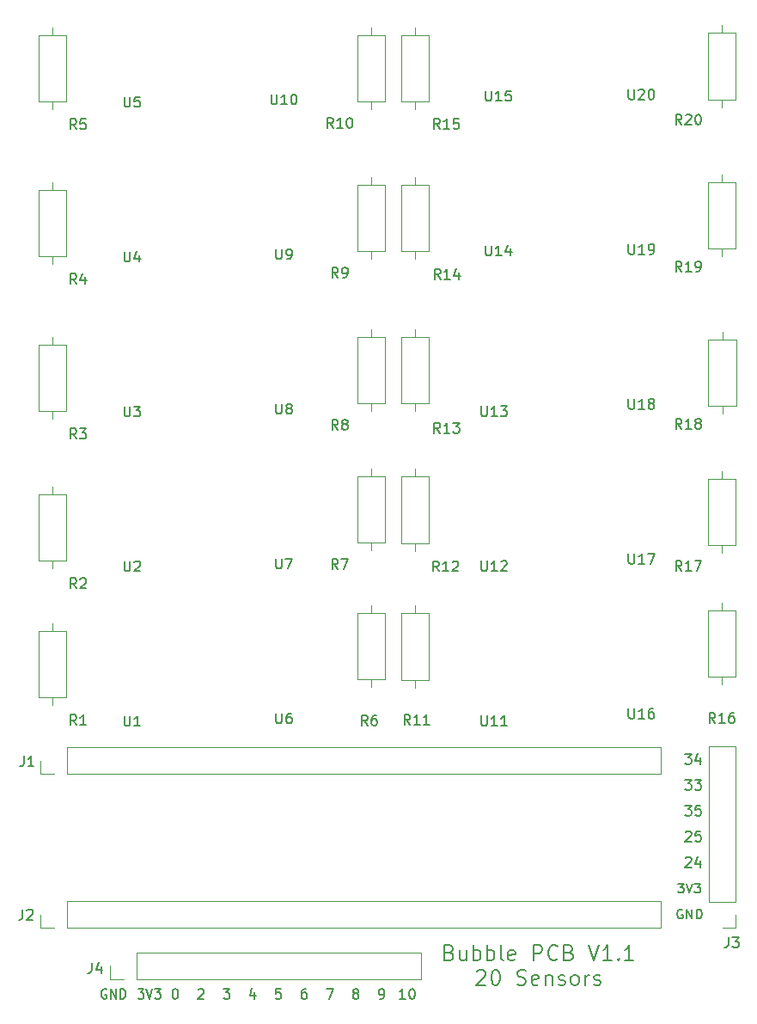
<source format=gto>
%TF.GenerationSoftware,KiCad,Pcbnew,(5.99.0-2415-gbbdd3fce7)*%
%TF.CreationDate,2020-09-24T22:56:08-07:00*%
%TF.ProjectId,BubblePCB_20,42756262-6c65-4504-9342-5f32302e6b69,rev?*%
%TF.SameCoordinates,Original*%
%TF.FileFunction,Legend,Top*%
%TF.FilePolarity,Positive*%
%FSLAX46Y46*%
G04 Gerber Fmt 4.6, Leading zero omitted, Abs format (unit mm)*
G04 Created by KiCad (PCBNEW (5.99.0-2415-gbbdd3fce7)) date 2020-09-24 22:56:08*
%MOMM*%
%LPD*%
G01*
G04 APERTURE LIST*
%ADD10C,0.150000*%
%ADD11C,0.200000*%
%ADD12C,0.120000*%
G04 APERTURE END LIST*
D10*
X40716285Y-151646000D02*
X40630571Y-151598380D01*
X40502000Y-151598380D01*
X40373428Y-151646000D01*
X40287714Y-151741238D01*
X40244857Y-151836476D01*
X40202000Y-152026952D01*
X40202000Y-152169809D01*
X40244857Y-152360285D01*
X40287714Y-152455523D01*
X40373428Y-152550761D01*
X40502000Y-152598380D01*
X40587714Y-152598380D01*
X40716285Y-152550761D01*
X40759142Y-152503142D01*
X40759142Y-152169809D01*
X40587714Y-152169809D01*
X41144857Y-152598380D02*
X41144857Y-151598380D01*
X41659142Y-152598380D01*
X41659142Y-151598380D01*
X42087714Y-152598380D02*
X42087714Y-151598380D01*
X42302000Y-151598380D01*
X42430571Y-151646000D01*
X42516285Y-151741238D01*
X42559142Y-151836476D01*
X42602000Y-152026952D01*
X42602000Y-152169809D01*
X42559142Y-152360285D01*
X42516285Y-152455523D01*
X42430571Y-152550761D01*
X42302000Y-152598380D01*
X42087714Y-152598380D01*
X70167523Y-152598380D02*
X69596095Y-152598380D01*
X69881809Y-152598380D02*
X69881809Y-151598380D01*
X69786571Y-151741238D01*
X69691333Y-151836476D01*
X69596095Y-151884095D01*
X70786571Y-151598380D02*
X70881809Y-151598380D01*
X70977047Y-151646000D01*
X71024666Y-151693619D01*
X71072285Y-151788857D01*
X71119904Y-151979333D01*
X71119904Y-152217428D01*
X71072285Y-152407904D01*
X71024666Y-152503142D01*
X70977047Y-152550761D01*
X70881809Y-152598380D01*
X70786571Y-152598380D01*
X70691333Y-152550761D01*
X70643714Y-152503142D01*
X70596095Y-152407904D01*
X70548476Y-152217428D01*
X70548476Y-151979333D01*
X70596095Y-151788857D01*
X70643714Y-151693619D01*
X70691333Y-151646000D01*
X70786571Y-151598380D01*
X67627523Y-152598380D02*
X67818000Y-152598380D01*
X67913238Y-152550761D01*
X67960857Y-152503142D01*
X68056095Y-152360285D01*
X68103714Y-152169809D01*
X68103714Y-151788857D01*
X68056095Y-151693619D01*
X68008476Y-151646000D01*
X67913238Y-151598380D01*
X67722761Y-151598380D01*
X67627523Y-151646000D01*
X67579904Y-151693619D01*
X67532285Y-151788857D01*
X67532285Y-152026952D01*
X67579904Y-152122190D01*
X67627523Y-152169809D01*
X67722761Y-152217428D01*
X67913238Y-152217428D01*
X68008476Y-152169809D01*
X68056095Y-152122190D01*
X68103714Y-152026952D01*
X65182761Y-152026952D02*
X65087523Y-151979333D01*
X65039904Y-151931714D01*
X64992285Y-151836476D01*
X64992285Y-151788857D01*
X65039904Y-151693619D01*
X65087523Y-151646000D01*
X65182761Y-151598380D01*
X65373238Y-151598380D01*
X65468476Y-151646000D01*
X65516095Y-151693619D01*
X65563714Y-151788857D01*
X65563714Y-151836476D01*
X65516095Y-151931714D01*
X65468476Y-151979333D01*
X65373238Y-152026952D01*
X65182761Y-152026952D01*
X65087523Y-152074571D01*
X65039904Y-152122190D01*
X64992285Y-152217428D01*
X64992285Y-152407904D01*
X65039904Y-152503142D01*
X65087523Y-152550761D01*
X65182761Y-152598380D01*
X65373238Y-152598380D01*
X65468476Y-152550761D01*
X65516095Y-152503142D01*
X65563714Y-152407904D01*
X65563714Y-152217428D01*
X65516095Y-152122190D01*
X65468476Y-152074571D01*
X65373238Y-152026952D01*
X62404666Y-151598380D02*
X63071333Y-151598380D01*
X62642761Y-152598380D01*
X60388476Y-151598380D02*
X60198000Y-151598380D01*
X60102761Y-151646000D01*
X60055142Y-151693619D01*
X59959904Y-151836476D01*
X59912285Y-152026952D01*
X59912285Y-152407904D01*
X59959904Y-152503142D01*
X60007523Y-152550761D01*
X60102761Y-152598380D01*
X60293238Y-152598380D01*
X60388476Y-152550761D01*
X60436095Y-152503142D01*
X60483714Y-152407904D01*
X60483714Y-152169809D01*
X60436095Y-152074571D01*
X60388476Y-152026952D01*
X60293238Y-151979333D01*
X60102761Y-151979333D01*
X60007523Y-152026952D01*
X59959904Y-152074571D01*
X59912285Y-152169809D01*
X57896095Y-151598380D02*
X57419904Y-151598380D01*
X57372285Y-152074571D01*
X57419904Y-152026952D01*
X57515142Y-151979333D01*
X57753238Y-151979333D01*
X57848476Y-152026952D01*
X57896095Y-152074571D01*
X57943714Y-152169809D01*
X57943714Y-152407904D01*
X57896095Y-152503142D01*
X57848476Y-152550761D01*
X57753238Y-152598380D01*
X57515142Y-152598380D01*
X57419904Y-152550761D01*
X57372285Y-152503142D01*
X55308476Y-151931714D02*
X55308476Y-152598380D01*
X55070380Y-151550761D02*
X54832285Y-152265047D01*
X55451333Y-152265047D01*
X52244666Y-151598380D02*
X52863714Y-151598380D01*
X52530380Y-151979333D01*
X52673238Y-151979333D01*
X52768476Y-152026952D01*
X52816095Y-152074571D01*
X52863714Y-152169809D01*
X52863714Y-152407904D01*
X52816095Y-152503142D01*
X52768476Y-152550761D01*
X52673238Y-152598380D01*
X52387523Y-152598380D01*
X52292285Y-152550761D01*
X52244666Y-152503142D01*
X49752285Y-151693619D02*
X49799904Y-151646000D01*
X49895142Y-151598380D01*
X50133238Y-151598380D01*
X50228476Y-151646000D01*
X50276095Y-151693619D01*
X50323714Y-151788857D01*
X50323714Y-151884095D01*
X50276095Y-152026952D01*
X49704666Y-152598380D01*
X50323714Y-152598380D01*
X47450380Y-151598380D02*
X47545619Y-151598380D01*
X47640857Y-151646000D01*
X47688476Y-151693619D01*
X47736095Y-151788857D01*
X47783714Y-151979333D01*
X47783714Y-152217428D01*
X47736095Y-152407904D01*
X47688476Y-152503142D01*
X47640857Y-152550761D01*
X47545619Y-152598380D01*
X47450380Y-152598380D01*
X47355142Y-152550761D01*
X47307523Y-152503142D01*
X47259904Y-152407904D01*
X47212285Y-152217428D01*
X47212285Y-151979333D01*
X47259904Y-151788857D01*
X47307523Y-151693619D01*
X47355142Y-151646000D01*
X47450380Y-151598380D01*
X43843714Y-151598380D02*
X44400857Y-151598380D01*
X44100857Y-151979333D01*
X44229428Y-151979333D01*
X44315142Y-152026952D01*
X44358000Y-152074571D01*
X44400857Y-152169809D01*
X44400857Y-152407904D01*
X44358000Y-152503142D01*
X44315142Y-152550761D01*
X44229428Y-152598380D01*
X43972285Y-152598380D01*
X43886571Y-152550761D01*
X43843714Y-152503142D01*
X44658000Y-151598380D02*
X44958000Y-152598380D01*
X45258000Y-151598380D01*
X45472285Y-151598380D02*
X46029428Y-151598380D01*
X45729428Y-151979333D01*
X45858000Y-151979333D01*
X45943714Y-152026952D01*
X45986571Y-152074571D01*
X46029428Y-152169809D01*
X46029428Y-152407904D01*
X45986571Y-152503142D01*
X45943714Y-152550761D01*
X45858000Y-152598380D01*
X45600857Y-152598380D01*
X45515142Y-152550761D01*
X45472285Y-152503142D01*
D11*
X74526285Y-148037357D02*
X74740571Y-148108785D01*
X74812000Y-148180214D01*
X74883428Y-148323071D01*
X74883428Y-148537357D01*
X74812000Y-148680214D01*
X74740571Y-148751642D01*
X74597714Y-148823071D01*
X74026285Y-148823071D01*
X74026285Y-147323071D01*
X74526285Y-147323071D01*
X74669142Y-147394500D01*
X74740571Y-147465928D01*
X74812000Y-147608785D01*
X74812000Y-147751642D01*
X74740571Y-147894500D01*
X74669142Y-147965928D01*
X74526285Y-148037357D01*
X74026285Y-148037357D01*
X76169142Y-147823071D02*
X76169142Y-148823071D01*
X75526285Y-147823071D02*
X75526285Y-148608785D01*
X75597714Y-148751642D01*
X75740571Y-148823071D01*
X75954857Y-148823071D01*
X76097714Y-148751642D01*
X76169142Y-148680214D01*
X76883428Y-148823071D02*
X76883428Y-147323071D01*
X76883428Y-147894500D02*
X77026285Y-147823071D01*
X77312000Y-147823071D01*
X77454857Y-147894500D01*
X77526285Y-147965928D01*
X77597714Y-148108785D01*
X77597714Y-148537357D01*
X77526285Y-148680214D01*
X77454857Y-148751642D01*
X77312000Y-148823071D01*
X77026285Y-148823071D01*
X76883428Y-148751642D01*
X78240571Y-148823071D02*
X78240571Y-147323071D01*
X78240571Y-147894500D02*
X78383428Y-147823071D01*
X78669142Y-147823071D01*
X78812000Y-147894500D01*
X78883428Y-147965928D01*
X78954857Y-148108785D01*
X78954857Y-148537357D01*
X78883428Y-148680214D01*
X78812000Y-148751642D01*
X78669142Y-148823071D01*
X78383428Y-148823071D01*
X78240571Y-148751642D01*
X79812000Y-148823071D02*
X79669142Y-148751642D01*
X79597714Y-148608785D01*
X79597714Y-147323071D01*
X80954857Y-148751642D02*
X80812000Y-148823071D01*
X80526285Y-148823071D01*
X80383428Y-148751642D01*
X80312000Y-148608785D01*
X80312000Y-148037357D01*
X80383428Y-147894500D01*
X80526285Y-147823071D01*
X80812000Y-147823071D01*
X80954857Y-147894500D01*
X81026285Y-148037357D01*
X81026285Y-148180214D01*
X80312000Y-148323071D01*
X82812000Y-148823071D02*
X82812000Y-147323071D01*
X83383428Y-147323071D01*
X83526285Y-147394500D01*
X83597714Y-147465928D01*
X83669142Y-147608785D01*
X83669142Y-147823071D01*
X83597714Y-147965928D01*
X83526285Y-148037357D01*
X83383428Y-148108785D01*
X82812000Y-148108785D01*
X85169142Y-148680214D02*
X85097714Y-148751642D01*
X84883428Y-148823071D01*
X84740571Y-148823071D01*
X84526285Y-148751642D01*
X84383428Y-148608785D01*
X84312000Y-148465928D01*
X84240571Y-148180214D01*
X84240571Y-147965928D01*
X84312000Y-147680214D01*
X84383428Y-147537357D01*
X84526285Y-147394500D01*
X84740571Y-147323071D01*
X84883428Y-147323071D01*
X85097714Y-147394500D01*
X85169142Y-147465928D01*
X86312000Y-148037357D02*
X86526285Y-148108785D01*
X86597714Y-148180214D01*
X86669142Y-148323071D01*
X86669142Y-148537357D01*
X86597714Y-148680214D01*
X86526285Y-148751642D01*
X86383428Y-148823071D01*
X85812000Y-148823071D01*
X85812000Y-147323071D01*
X86312000Y-147323071D01*
X86454857Y-147394500D01*
X86526285Y-147465928D01*
X86597714Y-147608785D01*
X86597714Y-147751642D01*
X86526285Y-147894500D01*
X86454857Y-147965928D01*
X86312000Y-148037357D01*
X85812000Y-148037357D01*
X88240571Y-147323071D02*
X88740571Y-148823071D01*
X89240571Y-147323071D01*
X90526285Y-148823071D02*
X89669142Y-148823071D01*
X90097714Y-148823071D02*
X90097714Y-147323071D01*
X89954857Y-147537357D01*
X89812000Y-147680214D01*
X89669142Y-147751642D01*
X91169142Y-148680214D02*
X91240571Y-148751642D01*
X91169142Y-148823071D01*
X91097714Y-148751642D01*
X91169142Y-148680214D01*
X91169142Y-148823071D01*
X92669142Y-148823071D02*
X91812000Y-148823071D01*
X92240571Y-148823071D02*
X92240571Y-147323071D01*
X92097714Y-147537357D01*
X91954857Y-147680214D01*
X91812000Y-147751642D01*
X77204857Y-149880928D02*
X77276285Y-149809500D01*
X77419142Y-149738071D01*
X77776285Y-149738071D01*
X77919142Y-149809500D01*
X77990571Y-149880928D01*
X78062000Y-150023785D01*
X78062000Y-150166642D01*
X77990571Y-150380928D01*
X77133428Y-151238071D01*
X78062000Y-151238071D01*
X78990571Y-149738071D02*
X79133428Y-149738071D01*
X79276285Y-149809500D01*
X79347714Y-149880928D01*
X79419142Y-150023785D01*
X79490571Y-150309500D01*
X79490571Y-150666642D01*
X79419142Y-150952357D01*
X79347714Y-151095214D01*
X79276285Y-151166642D01*
X79133428Y-151238071D01*
X78990571Y-151238071D01*
X78847714Y-151166642D01*
X78776285Y-151095214D01*
X78704857Y-150952357D01*
X78633428Y-150666642D01*
X78633428Y-150309500D01*
X78704857Y-150023785D01*
X78776285Y-149880928D01*
X78847714Y-149809500D01*
X78990571Y-149738071D01*
X81204857Y-151166642D02*
X81419142Y-151238071D01*
X81776285Y-151238071D01*
X81919142Y-151166642D01*
X81990571Y-151095214D01*
X82062000Y-150952357D01*
X82062000Y-150809500D01*
X81990571Y-150666642D01*
X81919142Y-150595214D01*
X81776285Y-150523785D01*
X81490571Y-150452357D01*
X81347714Y-150380928D01*
X81276285Y-150309500D01*
X81204857Y-150166642D01*
X81204857Y-150023785D01*
X81276285Y-149880928D01*
X81347714Y-149809500D01*
X81490571Y-149738071D01*
X81847714Y-149738071D01*
X82062000Y-149809500D01*
X83276285Y-151166642D02*
X83133428Y-151238071D01*
X82847714Y-151238071D01*
X82704857Y-151166642D01*
X82633428Y-151023785D01*
X82633428Y-150452357D01*
X82704857Y-150309500D01*
X82847714Y-150238071D01*
X83133428Y-150238071D01*
X83276285Y-150309500D01*
X83347714Y-150452357D01*
X83347714Y-150595214D01*
X82633428Y-150738071D01*
X83990571Y-150238071D02*
X83990571Y-151238071D01*
X83990571Y-150380928D02*
X84062000Y-150309500D01*
X84204857Y-150238071D01*
X84419142Y-150238071D01*
X84562000Y-150309500D01*
X84633428Y-150452357D01*
X84633428Y-151238071D01*
X85276285Y-151166642D02*
X85419142Y-151238071D01*
X85704857Y-151238071D01*
X85847714Y-151166642D01*
X85919142Y-151023785D01*
X85919142Y-150952357D01*
X85847714Y-150809500D01*
X85704857Y-150738071D01*
X85490571Y-150738071D01*
X85347714Y-150666642D01*
X85276285Y-150523785D01*
X85276285Y-150452357D01*
X85347714Y-150309500D01*
X85490571Y-150238071D01*
X85704857Y-150238071D01*
X85847714Y-150309500D01*
X86776285Y-151238071D02*
X86633428Y-151166642D01*
X86562000Y-151095214D01*
X86490571Y-150952357D01*
X86490571Y-150523785D01*
X86562000Y-150380928D01*
X86633428Y-150309500D01*
X86776285Y-150238071D01*
X86990571Y-150238071D01*
X87133428Y-150309500D01*
X87204857Y-150380928D01*
X87276285Y-150523785D01*
X87276285Y-150952357D01*
X87204857Y-151095214D01*
X87133428Y-151166642D01*
X86990571Y-151238071D01*
X86776285Y-151238071D01*
X87919142Y-151238071D02*
X87919142Y-150238071D01*
X87919142Y-150523785D02*
X87990571Y-150380928D01*
X88062000Y-150309500D01*
X88204857Y-150238071D01*
X88347714Y-150238071D01*
X88776285Y-151166642D02*
X88919142Y-151238071D01*
X89204857Y-151238071D01*
X89347714Y-151166642D01*
X89419142Y-151023785D01*
X89419142Y-150952357D01*
X89347714Y-150809500D01*
X89204857Y-150738071D01*
X88990571Y-150738071D01*
X88847714Y-150666642D01*
X88776285Y-150523785D01*
X88776285Y-150452357D01*
X88847714Y-150309500D01*
X88990571Y-150238071D01*
X89204857Y-150238071D01*
X89347714Y-150309500D01*
D10*
X97485285Y-143822000D02*
X97399571Y-143779142D01*
X97271000Y-143779142D01*
X97142428Y-143822000D01*
X97056714Y-143907714D01*
X97013857Y-143993428D01*
X96971000Y-144164857D01*
X96971000Y-144293428D01*
X97013857Y-144464857D01*
X97056714Y-144550571D01*
X97142428Y-144636285D01*
X97271000Y-144679142D01*
X97356714Y-144679142D01*
X97485285Y-144636285D01*
X97528142Y-144593428D01*
X97528142Y-144293428D01*
X97356714Y-144293428D01*
X97913857Y-144679142D02*
X97913857Y-143779142D01*
X98428142Y-144679142D01*
X98428142Y-143779142D01*
X98856714Y-144679142D02*
X98856714Y-143779142D01*
X99071000Y-143779142D01*
X99199571Y-143822000D01*
X99285285Y-143907714D01*
X99328142Y-143993428D01*
X99371000Y-144164857D01*
X99371000Y-144293428D01*
X99328142Y-144464857D01*
X99285285Y-144550571D01*
X99199571Y-144636285D01*
X99071000Y-144679142D01*
X98856714Y-144679142D01*
X97056714Y-141239142D02*
X97613857Y-141239142D01*
X97313857Y-141582000D01*
X97442428Y-141582000D01*
X97528142Y-141624857D01*
X97571000Y-141667714D01*
X97613857Y-141753428D01*
X97613857Y-141967714D01*
X97571000Y-142053428D01*
X97528142Y-142096285D01*
X97442428Y-142139142D01*
X97185285Y-142139142D01*
X97099571Y-142096285D01*
X97056714Y-142053428D01*
X97871000Y-141239142D02*
X98171000Y-142139142D01*
X98471000Y-141239142D01*
X98685285Y-141239142D02*
X99242428Y-141239142D01*
X98942428Y-141582000D01*
X99071000Y-141582000D01*
X99156714Y-141624857D01*
X99199571Y-141667714D01*
X99242428Y-141753428D01*
X99242428Y-141967714D01*
X99199571Y-142053428D01*
X99156714Y-142096285D01*
X99071000Y-142139142D01*
X98813857Y-142139142D01*
X98728142Y-142096285D01*
X98685285Y-142053428D01*
X97790095Y-138731619D02*
X97837714Y-138684000D01*
X97932952Y-138636380D01*
X98171047Y-138636380D01*
X98266285Y-138684000D01*
X98313904Y-138731619D01*
X98361523Y-138826857D01*
X98361523Y-138922095D01*
X98313904Y-139064952D01*
X97742476Y-139636380D01*
X98361523Y-139636380D01*
X99218666Y-138969714D02*
X99218666Y-139636380D01*
X98980571Y-138588761D02*
X98742476Y-139303047D01*
X99361523Y-139303047D01*
X97790095Y-136191619D02*
X97837714Y-136144000D01*
X97932952Y-136096380D01*
X98171047Y-136096380D01*
X98266285Y-136144000D01*
X98313904Y-136191619D01*
X98361523Y-136286857D01*
X98361523Y-136382095D01*
X98313904Y-136524952D01*
X97742476Y-137096380D01*
X98361523Y-137096380D01*
X99266285Y-136096380D02*
X98790095Y-136096380D01*
X98742476Y-136572571D01*
X98790095Y-136524952D01*
X98885333Y-136477333D01*
X99123428Y-136477333D01*
X99218666Y-136524952D01*
X99266285Y-136572571D01*
X99313904Y-136667809D01*
X99313904Y-136905904D01*
X99266285Y-137001142D01*
X99218666Y-137048761D01*
X99123428Y-137096380D01*
X98885333Y-137096380D01*
X98790095Y-137048761D01*
X98742476Y-137001142D01*
X97742476Y-133556380D02*
X98361523Y-133556380D01*
X98028190Y-133937333D01*
X98171047Y-133937333D01*
X98266285Y-133984952D01*
X98313904Y-134032571D01*
X98361523Y-134127809D01*
X98361523Y-134365904D01*
X98313904Y-134461142D01*
X98266285Y-134508761D01*
X98171047Y-134556380D01*
X97885333Y-134556380D01*
X97790095Y-134508761D01*
X97742476Y-134461142D01*
X99266285Y-133556380D02*
X98790095Y-133556380D01*
X98742476Y-134032571D01*
X98790095Y-133984952D01*
X98885333Y-133937333D01*
X99123428Y-133937333D01*
X99218666Y-133984952D01*
X99266285Y-134032571D01*
X99313904Y-134127809D01*
X99313904Y-134365904D01*
X99266285Y-134461142D01*
X99218666Y-134508761D01*
X99123428Y-134556380D01*
X98885333Y-134556380D01*
X98790095Y-134508761D01*
X98742476Y-134461142D01*
X97742476Y-131016380D02*
X98361523Y-131016380D01*
X98028190Y-131397333D01*
X98171047Y-131397333D01*
X98266285Y-131444952D01*
X98313904Y-131492571D01*
X98361523Y-131587809D01*
X98361523Y-131825904D01*
X98313904Y-131921142D01*
X98266285Y-131968761D01*
X98171047Y-132016380D01*
X97885333Y-132016380D01*
X97790095Y-131968761D01*
X97742476Y-131921142D01*
X98694857Y-131016380D02*
X99313904Y-131016380D01*
X98980571Y-131397333D01*
X99123428Y-131397333D01*
X99218666Y-131444952D01*
X99266285Y-131492571D01*
X99313904Y-131587809D01*
X99313904Y-131825904D01*
X99266285Y-131921142D01*
X99218666Y-131968761D01*
X99123428Y-132016380D01*
X98837714Y-132016380D01*
X98742476Y-131968761D01*
X98694857Y-131921142D01*
X97742476Y-128476380D02*
X98361523Y-128476380D01*
X98028190Y-128857333D01*
X98171047Y-128857333D01*
X98266285Y-128904952D01*
X98313904Y-128952571D01*
X98361523Y-129047809D01*
X98361523Y-129285904D01*
X98313904Y-129381142D01*
X98266285Y-129428761D01*
X98171047Y-129476380D01*
X97885333Y-129476380D01*
X97790095Y-129428761D01*
X97742476Y-129381142D01*
X99218666Y-128809714D02*
X99218666Y-129476380D01*
X98980571Y-128428761D02*
X98742476Y-129143047D01*
X99361523Y-129143047D01*
%TO.C,J4*%
X39290666Y-149058380D02*
X39290666Y-149772666D01*
X39243047Y-149915523D01*
X39147809Y-150010761D01*
X39004952Y-150058380D01*
X38909714Y-150058380D01*
X40195428Y-149391714D02*
X40195428Y-150058380D01*
X39957333Y-149010761D02*
X39719238Y-149725047D01*
X40338285Y-149725047D01*
%TO.C,J3*%
X102028666Y-146532380D02*
X102028666Y-147246666D01*
X101981047Y-147389523D01*
X101885809Y-147484761D01*
X101742952Y-147532380D01*
X101647714Y-147532380D01*
X102409619Y-146532380D02*
X103028666Y-146532380D01*
X102695333Y-146913333D01*
X102838190Y-146913333D01*
X102933428Y-146960952D01*
X102981047Y-147008571D01*
X103028666Y-147103809D01*
X103028666Y-147341904D01*
X102981047Y-147437142D01*
X102933428Y-147484761D01*
X102838190Y-147532380D01*
X102552476Y-147532380D01*
X102457238Y-147484761D01*
X102409619Y-147437142D01*
%TO.C,R6*%
X66453333Y-125672380D02*
X66120000Y-125196190D01*
X65881904Y-125672380D02*
X65881904Y-124672380D01*
X66262857Y-124672380D01*
X66358095Y-124720000D01*
X66405714Y-124767619D01*
X66453333Y-124862857D01*
X66453333Y-125005714D01*
X66405714Y-125100952D01*
X66358095Y-125148571D01*
X66262857Y-125196190D01*
X65881904Y-125196190D01*
X67310476Y-124672380D02*
X67120000Y-124672380D01*
X67024761Y-124720000D01*
X66977142Y-124767619D01*
X66881904Y-124910476D01*
X66834285Y-125100952D01*
X66834285Y-125481904D01*
X66881904Y-125577142D01*
X66929523Y-125624761D01*
X67024761Y-125672380D01*
X67215238Y-125672380D01*
X67310476Y-125624761D01*
X67358095Y-125577142D01*
X67405714Y-125481904D01*
X67405714Y-125243809D01*
X67358095Y-125148571D01*
X67310476Y-125100952D01*
X67215238Y-125053333D01*
X67024761Y-125053333D01*
X66929523Y-125100952D01*
X66881904Y-125148571D01*
X66834285Y-125243809D01*
%TO.C,U15*%
X78094904Y-63173380D02*
X78094904Y-63982904D01*
X78142523Y-64078142D01*
X78190142Y-64125761D01*
X78285380Y-64173380D01*
X78475857Y-64173380D01*
X78571095Y-64125761D01*
X78618714Y-64078142D01*
X78666333Y-63982904D01*
X78666333Y-63173380D01*
X79666333Y-64173380D02*
X79094904Y-64173380D01*
X79380619Y-64173380D02*
X79380619Y-63173380D01*
X79285380Y-63316238D01*
X79190142Y-63411476D01*
X79094904Y-63459095D01*
X80571095Y-63173380D02*
X80094904Y-63173380D01*
X80047285Y-63649571D01*
X80094904Y-63601952D01*
X80190142Y-63554333D01*
X80428238Y-63554333D01*
X80523476Y-63601952D01*
X80571095Y-63649571D01*
X80618714Y-63744809D01*
X80618714Y-63982904D01*
X80571095Y-64078142D01*
X80523476Y-64125761D01*
X80428238Y-64173380D01*
X80190142Y-64173380D01*
X80094904Y-64125761D01*
X80047285Y-64078142D01*
%TO.C,U13*%
X77654904Y-94223380D02*
X77654904Y-95032904D01*
X77702523Y-95128142D01*
X77750142Y-95175761D01*
X77845380Y-95223380D01*
X78035857Y-95223380D01*
X78131095Y-95175761D01*
X78178714Y-95128142D01*
X78226333Y-95032904D01*
X78226333Y-94223380D01*
X79226333Y-95223380D02*
X78654904Y-95223380D01*
X78940619Y-95223380D02*
X78940619Y-94223380D01*
X78845380Y-94366238D01*
X78750142Y-94461476D01*
X78654904Y-94509095D01*
X79559666Y-94223380D02*
X80178714Y-94223380D01*
X79845380Y-94604333D01*
X79988238Y-94604333D01*
X80083476Y-94651952D01*
X80131095Y-94699571D01*
X80178714Y-94794809D01*
X80178714Y-95032904D01*
X80131095Y-95128142D01*
X80083476Y-95175761D01*
X79988238Y-95223380D01*
X79702523Y-95223380D01*
X79607285Y-95175761D01*
X79559666Y-95128142D01*
%TO.C,U8*%
X57428095Y-94002380D02*
X57428095Y-94811904D01*
X57475714Y-94907142D01*
X57523333Y-94954761D01*
X57618571Y-95002380D01*
X57809047Y-95002380D01*
X57904285Y-94954761D01*
X57951904Y-94907142D01*
X57999523Y-94811904D01*
X57999523Y-94002380D01*
X58618571Y-94430952D02*
X58523333Y-94383333D01*
X58475714Y-94335714D01*
X58428095Y-94240476D01*
X58428095Y-94192857D01*
X58475714Y-94097619D01*
X58523333Y-94050000D01*
X58618571Y-94002380D01*
X58809047Y-94002380D01*
X58904285Y-94050000D01*
X58951904Y-94097619D01*
X58999523Y-94192857D01*
X58999523Y-94240476D01*
X58951904Y-94335714D01*
X58904285Y-94383333D01*
X58809047Y-94430952D01*
X58618571Y-94430952D01*
X58523333Y-94478571D01*
X58475714Y-94526190D01*
X58428095Y-94621428D01*
X58428095Y-94811904D01*
X58475714Y-94907142D01*
X58523333Y-94954761D01*
X58618571Y-95002380D01*
X58809047Y-95002380D01*
X58904285Y-94954761D01*
X58951904Y-94907142D01*
X58999523Y-94811904D01*
X58999523Y-94621428D01*
X58951904Y-94526190D01*
X58904285Y-94478571D01*
X58809047Y-94430952D01*
%TO.C,R10*%
X63057142Y-66832380D02*
X62723809Y-66356190D01*
X62485714Y-66832380D02*
X62485714Y-65832380D01*
X62866666Y-65832380D01*
X62961904Y-65880000D01*
X63009523Y-65927619D01*
X63057142Y-66022857D01*
X63057142Y-66165714D01*
X63009523Y-66260952D01*
X62961904Y-66308571D01*
X62866666Y-66356190D01*
X62485714Y-66356190D01*
X64009523Y-66832380D02*
X63438095Y-66832380D01*
X63723809Y-66832380D02*
X63723809Y-65832380D01*
X63628571Y-65975238D01*
X63533333Y-66070476D01*
X63438095Y-66118095D01*
X64628571Y-65832380D02*
X64723809Y-65832380D01*
X64819047Y-65880000D01*
X64866666Y-65927619D01*
X64914285Y-66022857D01*
X64961904Y-66213333D01*
X64961904Y-66451428D01*
X64914285Y-66641904D01*
X64866666Y-66737142D01*
X64819047Y-66784761D01*
X64723809Y-66832380D01*
X64628571Y-66832380D01*
X64533333Y-66784761D01*
X64485714Y-66737142D01*
X64438095Y-66641904D01*
X64390476Y-66451428D01*
X64390476Y-66213333D01*
X64438095Y-66022857D01*
X64485714Y-65927619D01*
X64533333Y-65880000D01*
X64628571Y-65832380D01*
%TO.C,U14*%
X78094904Y-78413380D02*
X78094904Y-79222904D01*
X78142523Y-79318142D01*
X78190142Y-79365761D01*
X78285380Y-79413380D01*
X78475857Y-79413380D01*
X78571095Y-79365761D01*
X78618714Y-79318142D01*
X78666333Y-79222904D01*
X78666333Y-78413380D01*
X79666333Y-79413380D02*
X79094904Y-79413380D01*
X79380619Y-79413380D02*
X79380619Y-78413380D01*
X79285380Y-78556238D01*
X79190142Y-78651476D01*
X79094904Y-78699095D01*
X80523476Y-78746714D02*
X80523476Y-79413380D01*
X80285380Y-78365761D02*
X80047285Y-79080047D01*
X80666333Y-79080047D01*
%TO.C,R1*%
X37753333Y-125632380D02*
X37420000Y-125156190D01*
X37181904Y-125632380D02*
X37181904Y-124632380D01*
X37562857Y-124632380D01*
X37658095Y-124680000D01*
X37705714Y-124727619D01*
X37753333Y-124822857D01*
X37753333Y-124965714D01*
X37705714Y-125060952D01*
X37658095Y-125108571D01*
X37562857Y-125156190D01*
X37181904Y-125156190D01*
X38705714Y-125632380D02*
X38134285Y-125632380D01*
X38420000Y-125632380D02*
X38420000Y-124632380D01*
X38324761Y-124775238D01*
X38229523Y-124870476D01*
X38134285Y-124918095D01*
%TO.C,R8*%
X63533333Y-96550380D02*
X63200000Y-96074190D01*
X62961904Y-96550380D02*
X62961904Y-95550380D01*
X63342857Y-95550380D01*
X63438095Y-95598000D01*
X63485714Y-95645619D01*
X63533333Y-95740857D01*
X63533333Y-95883714D01*
X63485714Y-95978952D01*
X63438095Y-96026571D01*
X63342857Y-96074190D01*
X62961904Y-96074190D01*
X64104761Y-95978952D02*
X64009523Y-95931333D01*
X63961904Y-95883714D01*
X63914285Y-95788476D01*
X63914285Y-95740857D01*
X63961904Y-95645619D01*
X64009523Y-95598000D01*
X64104761Y-95550380D01*
X64295238Y-95550380D01*
X64390476Y-95598000D01*
X64438095Y-95645619D01*
X64485714Y-95740857D01*
X64485714Y-95788476D01*
X64438095Y-95883714D01*
X64390476Y-95931333D01*
X64295238Y-95978952D01*
X64104761Y-95978952D01*
X64009523Y-96026571D01*
X63961904Y-96074190D01*
X63914285Y-96169428D01*
X63914285Y-96359904D01*
X63961904Y-96455142D01*
X64009523Y-96502761D01*
X64104761Y-96550380D01*
X64295238Y-96550380D01*
X64390476Y-96502761D01*
X64438095Y-96455142D01*
X64485714Y-96359904D01*
X64485714Y-96169428D01*
X64438095Y-96074190D01*
X64390476Y-96026571D01*
X64295238Y-95978952D01*
%TO.C,J1*%
X32566666Y-128692380D02*
X32566666Y-129406666D01*
X32519047Y-129549523D01*
X32423809Y-129644761D01*
X32280952Y-129692380D01*
X32185714Y-129692380D01*
X33566666Y-129692380D02*
X32995238Y-129692380D01*
X33280952Y-129692380D02*
X33280952Y-128692380D01*
X33185714Y-128835238D01*
X33090476Y-128930476D01*
X32995238Y-128978095D01*
%TO.C,J2*%
X32466666Y-143792380D02*
X32466666Y-144506666D01*
X32419047Y-144649523D01*
X32323809Y-144744761D01*
X32180952Y-144792380D01*
X32085714Y-144792380D01*
X32895238Y-143887619D02*
X32942857Y-143840000D01*
X33038095Y-143792380D01*
X33276190Y-143792380D01*
X33371428Y-143840000D01*
X33419047Y-143887619D01*
X33466666Y-143982857D01*
X33466666Y-144078095D01*
X33419047Y-144220952D01*
X32847619Y-144792380D01*
X33466666Y-144792380D01*
%TO.C,R4*%
X37753333Y-82198380D02*
X37420000Y-81722190D01*
X37181904Y-82198380D02*
X37181904Y-81198380D01*
X37562857Y-81198380D01*
X37658095Y-81246000D01*
X37705714Y-81293619D01*
X37753333Y-81388857D01*
X37753333Y-81531714D01*
X37705714Y-81626952D01*
X37658095Y-81674571D01*
X37562857Y-81722190D01*
X37181904Y-81722190D01*
X38610476Y-81531714D02*
X38610476Y-82198380D01*
X38372380Y-81150761D02*
X38134285Y-81865047D01*
X38753333Y-81865047D01*
%TO.C,U18*%
X92161904Y-93512380D02*
X92161904Y-94321904D01*
X92209523Y-94417142D01*
X92257142Y-94464761D01*
X92352380Y-94512380D01*
X92542857Y-94512380D01*
X92638095Y-94464761D01*
X92685714Y-94417142D01*
X92733333Y-94321904D01*
X92733333Y-93512380D01*
X93733333Y-94512380D02*
X93161904Y-94512380D01*
X93447619Y-94512380D02*
X93447619Y-93512380D01*
X93352380Y-93655238D01*
X93257142Y-93750476D01*
X93161904Y-93798095D01*
X94304761Y-93940952D02*
X94209523Y-93893333D01*
X94161904Y-93845714D01*
X94114285Y-93750476D01*
X94114285Y-93702857D01*
X94161904Y-93607619D01*
X94209523Y-93560000D01*
X94304761Y-93512380D01*
X94495238Y-93512380D01*
X94590476Y-93560000D01*
X94638095Y-93607619D01*
X94685714Y-93702857D01*
X94685714Y-93750476D01*
X94638095Y-93845714D01*
X94590476Y-93893333D01*
X94495238Y-93940952D01*
X94304761Y-93940952D01*
X94209523Y-93988571D01*
X94161904Y-94036190D01*
X94114285Y-94131428D01*
X94114285Y-94321904D01*
X94161904Y-94417142D01*
X94209523Y-94464761D01*
X94304761Y-94512380D01*
X94495238Y-94512380D01*
X94590476Y-94464761D01*
X94638095Y-94417142D01*
X94685714Y-94321904D01*
X94685714Y-94131428D01*
X94638095Y-94036190D01*
X94590476Y-93988571D01*
X94495238Y-93940952D01*
%TO.C,U3*%
X42478296Y-94252380D02*
X42478296Y-95061904D01*
X42525915Y-95157142D01*
X42573534Y-95204761D01*
X42668772Y-95252380D01*
X42859248Y-95252380D01*
X42954486Y-95204761D01*
X43002105Y-95157142D01*
X43049724Y-95061904D01*
X43049724Y-94252380D01*
X43430677Y-94252380D02*
X44049724Y-94252380D01*
X43716391Y-94633333D01*
X43859248Y-94633333D01*
X43954486Y-94680952D01*
X44002105Y-94728571D01*
X44049724Y-94823809D01*
X44049724Y-95061904D01*
X44002105Y-95157142D01*
X43954486Y-95204761D01*
X43859248Y-95252380D01*
X43573534Y-95252380D01*
X43478296Y-95204761D01*
X43430677Y-95157142D01*
%TO.C,R16*%
X100703142Y-125420380D02*
X100369809Y-124944190D01*
X100131714Y-125420380D02*
X100131714Y-124420380D01*
X100512666Y-124420380D01*
X100607904Y-124468000D01*
X100655523Y-124515619D01*
X100703142Y-124610857D01*
X100703142Y-124753714D01*
X100655523Y-124848952D01*
X100607904Y-124896571D01*
X100512666Y-124944190D01*
X100131714Y-124944190D01*
X101655523Y-125420380D02*
X101084095Y-125420380D01*
X101369809Y-125420380D02*
X101369809Y-124420380D01*
X101274571Y-124563238D01*
X101179333Y-124658476D01*
X101084095Y-124706095D01*
X102512666Y-124420380D02*
X102322190Y-124420380D01*
X102226952Y-124468000D01*
X102179333Y-124515619D01*
X102084095Y-124658476D01*
X102036476Y-124848952D01*
X102036476Y-125229904D01*
X102084095Y-125325142D01*
X102131714Y-125372761D01*
X102226952Y-125420380D01*
X102417428Y-125420380D01*
X102512666Y-125372761D01*
X102560285Y-125325142D01*
X102607904Y-125229904D01*
X102607904Y-124991809D01*
X102560285Y-124896571D01*
X102512666Y-124848952D01*
X102417428Y-124801333D01*
X102226952Y-124801333D01*
X102131714Y-124848952D01*
X102084095Y-124896571D01*
X102036476Y-124991809D01*
%TO.C,U17*%
X92161904Y-108752380D02*
X92161904Y-109561904D01*
X92209523Y-109657142D01*
X92257142Y-109704761D01*
X92352380Y-109752380D01*
X92542857Y-109752380D01*
X92638095Y-109704761D01*
X92685714Y-109657142D01*
X92733333Y-109561904D01*
X92733333Y-108752380D01*
X93733333Y-109752380D02*
X93161904Y-109752380D01*
X93447619Y-109752380D02*
X93447619Y-108752380D01*
X93352380Y-108895238D01*
X93257142Y-108990476D01*
X93161904Y-109038095D01*
X94066666Y-108752380D02*
X94733333Y-108752380D01*
X94304761Y-109752380D01*
%TO.C,U20*%
X92161904Y-63032380D02*
X92161904Y-63841904D01*
X92209523Y-63937142D01*
X92257142Y-63984761D01*
X92352380Y-64032380D01*
X92542857Y-64032380D01*
X92638095Y-63984761D01*
X92685714Y-63937142D01*
X92733333Y-63841904D01*
X92733333Y-63032380D01*
X93161904Y-63127619D02*
X93209523Y-63080000D01*
X93304761Y-63032380D01*
X93542857Y-63032380D01*
X93638095Y-63080000D01*
X93685714Y-63127619D01*
X93733333Y-63222857D01*
X93733333Y-63318095D01*
X93685714Y-63460952D01*
X93114285Y-64032380D01*
X93733333Y-64032380D01*
X94352380Y-63032380D02*
X94447619Y-63032380D01*
X94542857Y-63080000D01*
X94590476Y-63127619D01*
X94638095Y-63222857D01*
X94685714Y-63413333D01*
X94685714Y-63651428D01*
X94638095Y-63841904D01*
X94590476Y-63937142D01*
X94542857Y-63984761D01*
X94447619Y-64032380D01*
X94352380Y-64032380D01*
X94257142Y-63984761D01*
X94209523Y-63937142D01*
X94161904Y-63841904D01*
X94114285Y-63651428D01*
X94114285Y-63413333D01*
X94161904Y-63222857D01*
X94209523Y-63127619D01*
X94257142Y-63080000D01*
X94352380Y-63032380D01*
%TO.C,R19*%
X97401142Y-80970380D02*
X97067809Y-80494190D01*
X96829714Y-80970380D02*
X96829714Y-79970380D01*
X97210666Y-79970380D01*
X97305904Y-80018000D01*
X97353523Y-80065619D01*
X97401142Y-80160857D01*
X97401142Y-80303714D01*
X97353523Y-80398952D01*
X97305904Y-80446571D01*
X97210666Y-80494190D01*
X96829714Y-80494190D01*
X98353523Y-80970380D02*
X97782095Y-80970380D01*
X98067809Y-80970380D02*
X98067809Y-79970380D01*
X97972571Y-80113238D01*
X97877333Y-80208476D01*
X97782095Y-80256095D01*
X98829714Y-80970380D02*
X99020190Y-80970380D01*
X99115428Y-80922761D01*
X99163047Y-80875142D01*
X99258285Y-80732285D01*
X99305904Y-80541809D01*
X99305904Y-80160857D01*
X99258285Y-80065619D01*
X99210666Y-80018000D01*
X99115428Y-79970380D01*
X98924952Y-79970380D01*
X98829714Y-80018000D01*
X98782095Y-80065619D01*
X98734476Y-80160857D01*
X98734476Y-80398952D01*
X98782095Y-80494190D01*
X98829714Y-80541809D01*
X98924952Y-80589428D01*
X99115428Y-80589428D01*
X99210666Y-80541809D01*
X99258285Y-80494190D01*
X99305904Y-80398952D01*
%TO.C,U16*%
X92161904Y-123992380D02*
X92161904Y-124801904D01*
X92209523Y-124897142D01*
X92257142Y-124944761D01*
X92352380Y-124992380D01*
X92542857Y-124992380D01*
X92638095Y-124944761D01*
X92685714Y-124897142D01*
X92733333Y-124801904D01*
X92733333Y-123992380D01*
X93733333Y-124992380D02*
X93161904Y-124992380D01*
X93447619Y-124992380D02*
X93447619Y-123992380D01*
X93352380Y-124135238D01*
X93257142Y-124230476D01*
X93161904Y-124278095D01*
X94590476Y-123992380D02*
X94400000Y-123992380D01*
X94304761Y-124040000D01*
X94257142Y-124087619D01*
X94161904Y-124230476D01*
X94114285Y-124420952D01*
X94114285Y-124801904D01*
X94161904Y-124897142D01*
X94209523Y-124944761D01*
X94304761Y-124992380D01*
X94495238Y-124992380D01*
X94590476Y-124944761D01*
X94638095Y-124897142D01*
X94685714Y-124801904D01*
X94685714Y-124563809D01*
X94638095Y-124468571D01*
X94590476Y-124420952D01*
X94495238Y-124373333D01*
X94304761Y-124373333D01*
X94209523Y-124420952D01*
X94161904Y-124468571D01*
X94114285Y-124563809D01*
%TO.C,R5*%
X37753333Y-66958380D02*
X37420000Y-66482190D01*
X37181904Y-66958380D02*
X37181904Y-65958380D01*
X37562857Y-65958380D01*
X37658095Y-66006000D01*
X37705714Y-66053619D01*
X37753333Y-66148857D01*
X37753333Y-66291714D01*
X37705714Y-66386952D01*
X37658095Y-66434571D01*
X37562857Y-66482190D01*
X37181904Y-66482190D01*
X38658095Y-65958380D02*
X38181904Y-65958380D01*
X38134285Y-66434571D01*
X38181904Y-66386952D01*
X38277142Y-66339333D01*
X38515238Y-66339333D01*
X38610476Y-66386952D01*
X38658095Y-66434571D01*
X38705714Y-66529809D01*
X38705714Y-66767904D01*
X38658095Y-66863142D01*
X38610476Y-66910761D01*
X38515238Y-66958380D01*
X38277142Y-66958380D01*
X38181904Y-66910761D01*
X38134285Y-66863142D01*
%TO.C,R12*%
X73487142Y-110492380D02*
X73153809Y-110016190D01*
X72915714Y-110492380D02*
X72915714Y-109492380D01*
X73296666Y-109492380D01*
X73391904Y-109540000D01*
X73439523Y-109587619D01*
X73487142Y-109682857D01*
X73487142Y-109825714D01*
X73439523Y-109920952D01*
X73391904Y-109968571D01*
X73296666Y-110016190D01*
X72915714Y-110016190D01*
X74439523Y-110492380D02*
X73868095Y-110492380D01*
X74153809Y-110492380D02*
X74153809Y-109492380D01*
X74058571Y-109635238D01*
X73963333Y-109730476D01*
X73868095Y-109778095D01*
X74820476Y-109587619D02*
X74868095Y-109540000D01*
X74963333Y-109492380D01*
X75201428Y-109492380D01*
X75296666Y-109540000D01*
X75344285Y-109587619D01*
X75391904Y-109682857D01*
X75391904Y-109778095D01*
X75344285Y-109920952D01*
X74772857Y-110492380D01*
X75391904Y-110492380D01*
%TO.C,U12*%
X77654904Y-109463380D02*
X77654904Y-110272904D01*
X77702523Y-110368142D01*
X77750142Y-110415761D01*
X77845380Y-110463380D01*
X78035857Y-110463380D01*
X78131095Y-110415761D01*
X78178714Y-110368142D01*
X78226333Y-110272904D01*
X78226333Y-109463380D01*
X79226333Y-110463380D02*
X78654904Y-110463380D01*
X78940619Y-110463380D02*
X78940619Y-109463380D01*
X78845380Y-109606238D01*
X78750142Y-109701476D01*
X78654904Y-109749095D01*
X79607285Y-109558619D02*
X79654904Y-109511000D01*
X79750142Y-109463380D01*
X79988238Y-109463380D01*
X80083476Y-109511000D01*
X80131095Y-109558619D01*
X80178714Y-109653857D01*
X80178714Y-109749095D01*
X80131095Y-109891952D01*
X79559666Y-110463380D01*
X80178714Y-110463380D01*
%TO.C,U5*%
X42478296Y-63772380D02*
X42478296Y-64581904D01*
X42525915Y-64677142D01*
X42573534Y-64724761D01*
X42668772Y-64772380D01*
X42859248Y-64772380D01*
X42954486Y-64724761D01*
X43002105Y-64677142D01*
X43049724Y-64581904D01*
X43049724Y-63772380D01*
X44002105Y-63772380D02*
X43525915Y-63772380D01*
X43478296Y-64248571D01*
X43525915Y-64200952D01*
X43621153Y-64153333D01*
X43859248Y-64153333D01*
X43954486Y-64200952D01*
X44002105Y-64248571D01*
X44049724Y-64343809D01*
X44049724Y-64581904D01*
X44002105Y-64677142D01*
X43954486Y-64724761D01*
X43859248Y-64772380D01*
X43621153Y-64772380D01*
X43525915Y-64724761D01*
X43478296Y-64677142D01*
%TO.C,U6*%
X57428095Y-124482380D02*
X57428095Y-125291904D01*
X57475714Y-125387142D01*
X57523333Y-125434761D01*
X57618571Y-125482380D01*
X57809047Y-125482380D01*
X57904285Y-125434761D01*
X57951904Y-125387142D01*
X57999523Y-125291904D01*
X57999523Y-124482380D01*
X58904285Y-124482380D02*
X58713809Y-124482380D01*
X58618571Y-124530000D01*
X58570952Y-124577619D01*
X58475714Y-124720476D01*
X58428095Y-124910952D01*
X58428095Y-125291904D01*
X58475714Y-125387142D01*
X58523333Y-125434761D01*
X58618571Y-125482380D01*
X58809047Y-125482380D01*
X58904285Y-125434761D01*
X58951904Y-125387142D01*
X58999523Y-125291904D01*
X58999523Y-125053809D01*
X58951904Y-124958571D01*
X58904285Y-124910952D01*
X58809047Y-124863333D01*
X58618571Y-124863333D01*
X58523333Y-124910952D01*
X58475714Y-124958571D01*
X58428095Y-125053809D01*
%TO.C,R11*%
X70647142Y-125602380D02*
X70313809Y-125126190D01*
X70075714Y-125602380D02*
X70075714Y-124602380D01*
X70456666Y-124602380D01*
X70551904Y-124650000D01*
X70599523Y-124697619D01*
X70647142Y-124792857D01*
X70647142Y-124935714D01*
X70599523Y-125030952D01*
X70551904Y-125078571D01*
X70456666Y-125126190D01*
X70075714Y-125126190D01*
X71599523Y-125602380D02*
X71028095Y-125602380D01*
X71313809Y-125602380D02*
X71313809Y-124602380D01*
X71218571Y-124745238D01*
X71123333Y-124840476D01*
X71028095Y-124888095D01*
X72551904Y-125602380D02*
X71980476Y-125602380D01*
X72266190Y-125602380D02*
X72266190Y-124602380D01*
X72170952Y-124745238D01*
X72075714Y-124840476D01*
X71980476Y-124888095D01*
%TO.C,R9*%
X63533333Y-81564380D02*
X63200000Y-81088190D01*
X62961904Y-81564380D02*
X62961904Y-80564380D01*
X63342857Y-80564380D01*
X63438095Y-80612000D01*
X63485714Y-80659619D01*
X63533333Y-80754857D01*
X63533333Y-80897714D01*
X63485714Y-80992952D01*
X63438095Y-81040571D01*
X63342857Y-81088190D01*
X62961904Y-81088190D01*
X64009523Y-81564380D02*
X64200000Y-81564380D01*
X64295238Y-81516761D01*
X64342857Y-81469142D01*
X64438095Y-81326285D01*
X64485714Y-81135809D01*
X64485714Y-80754857D01*
X64438095Y-80659619D01*
X64390476Y-80612000D01*
X64295238Y-80564380D01*
X64104761Y-80564380D01*
X64009523Y-80612000D01*
X63961904Y-80659619D01*
X63914285Y-80754857D01*
X63914285Y-80992952D01*
X63961904Y-81088190D01*
X64009523Y-81135809D01*
X64104761Y-81183428D01*
X64295238Y-81183428D01*
X64390476Y-81135809D01*
X64438095Y-81088190D01*
X64485714Y-80992952D01*
%TO.C,U2*%
X42478296Y-109492380D02*
X42478296Y-110301904D01*
X42525915Y-110397142D01*
X42573534Y-110444761D01*
X42668772Y-110492380D01*
X42859248Y-110492380D01*
X42954486Y-110444761D01*
X43002105Y-110397142D01*
X43049724Y-110301904D01*
X43049724Y-109492380D01*
X43478296Y-109587619D02*
X43525915Y-109540000D01*
X43621153Y-109492380D01*
X43859248Y-109492380D01*
X43954486Y-109540000D01*
X44002105Y-109587619D01*
X44049724Y-109682857D01*
X44049724Y-109778095D01*
X44002105Y-109920952D01*
X43430677Y-110492380D01*
X44049724Y-110492380D01*
%TO.C,R7*%
X63533333Y-110266380D02*
X63200000Y-109790190D01*
X62961904Y-110266380D02*
X62961904Y-109266380D01*
X63342857Y-109266380D01*
X63438095Y-109314000D01*
X63485714Y-109361619D01*
X63533333Y-109456857D01*
X63533333Y-109599714D01*
X63485714Y-109694952D01*
X63438095Y-109742571D01*
X63342857Y-109790190D01*
X62961904Y-109790190D01*
X63866666Y-109266380D02*
X64533333Y-109266380D01*
X64104761Y-110266380D01*
%TO.C,R3*%
X37753333Y-97438380D02*
X37420000Y-96962190D01*
X37181904Y-97438380D02*
X37181904Y-96438380D01*
X37562857Y-96438380D01*
X37658095Y-96486000D01*
X37705714Y-96533619D01*
X37753333Y-96628857D01*
X37753333Y-96771714D01*
X37705714Y-96866952D01*
X37658095Y-96914571D01*
X37562857Y-96962190D01*
X37181904Y-96962190D01*
X38086666Y-96438380D02*
X38705714Y-96438380D01*
X38372380Y-96819333D01*
X38515238Y-96819333D01*
X38610476Y-96866952D01*
X38658095Y-96914571D01*
X38705714Y-97009809D01*
X38705714Y-97247904D01*
X38658095Y-97343142D01*
X38610476Y-97390761D01*
X38515238Y-97438380D01*
X38229523Y-97438380D01*
X38134285Y-97390761D01*
X38086666Y-97343142D01*
%TO.C,R17*%
X97401142Y-110434380D02*
X97067809Y-109958190D01*
X96829714Y-110434380D02*
X96829714Y-109434380D01*
X97210666Y-109434380D01*
X97305904Y-109482000D01*
X97353523Y-109529619D01*
X97401142Y-109624857D01*
X97401142Y-109767714D01*
X97353523Y-109862952D01*
X97305904Y-109910571D01*
X97210666Y-109958190D01*
X96829714Y-109958190D01*
X98353523Y-110434380D02*
X97782095Y-110434380D01*
X98067809Y-110434380D02*
X98067809Y-109434380D01*
X97972571Y-109577238D01*
X97877333Y-109672476D01*
X97782095Y-109720095D01*
X98686857Y-109434380D02*
X99353523Y-109434380D01*
X98924952Y-110434380D01*
%TO.C,U10*%
X56951904Y-63522380D02*
X56951904Y-64331904D01*
X56999523Y-64427142D01*
X57047142Y-64474761D01*
X57142380Y-64522380D01*
X57332857Y-64522380D01*
X57428095Y-64474761D01*
X57475714Y-64427142D01*
X57523333Y-64331904D01*
X57523333Y-63522380D01*
X58523333Y-64522380D02*
X57951904Y-64522380D01*
X58237619Y-64522380D02*
X58237619Y-63522380D01*
X58142380Y-63665238D01*
X58047142Y-63760476D01*
X57951904Y-63808095D01*
X59142380Y-63522380D02*
X59237619Y-63522380D01*
X59332857Y-63570000D01*
X59380476Y-63617619D01*
X59428095Y-63712857D01*
X59475714Y-63903333D01*
X59475714Y-64141428D01*
X59428095Y-64331904D01*
X59380476Y-64427142D01*
X59332857Y-64474761D01*
X59237619Y-64522380D01*
X59142380Y-64522380D01*
X59047142Y-64474761D01*
X58999523Y-64427142D01*
X58951904Y-64331904D01*
X58904285Y-64141428D01*
X58904285Y-63903333D01*
X58951904Y-63712857D01*
X58999523Y-63617619D01*
X59047142Y-63570000D01*
X59142380Y-63522380D01*
%TO.C,R13*%
X73597142Y-96872380D02*
X73263809Y-96396190D01*
X73025714Y-96872380D02*
X73025714Y-95872380D01*
X73406666Y-95872380D01*
X73501904Y-95920000D01*
X73549523Y-95967619D01*
X73597142Y-96062857D01*
X73597142Y-96205714D01*
X73549523Y-96300952D01*
X73501904Y-96348571D01*
X73406666Y-96396190D01*
X73025714Y-96396190D01*
X74549523Y-96872380D02*
X73978095Y-96872380D01*
X74263809Y-96872380D02*
X74263809Y-95872380D01*
X74168571Y-96015238D01*
X74073333Y-96110476D01*
X73978095Y-96158095D01*
X74882857Y-95872380D02*
X75501904Y-95872380D01*
X75168571Y-96253333D01*
X75311428Y-96253333D01*
X75406666Y-96300952D01*
X75454285Y-96348571D01*
X75501904Y-96443809D01*
X75501904Y-96681904D01*
X75454285Y-96777142D01*
X75406666Y-96824761D01*
X75311428Y-96872380D01*
X75025714Y-96872380D01*
X74930476Y-96824761D01*
X74882857Y-96777142D01*
%TO.C,R2*%
X37753333Y-112170380D02*
X37420000Y-111694190D01*
X37181904Y-112170380D02*
X37181904Y-111170380D01*
X37562857Y-111170380D01*
X37658095Y-111218000D01*
X37705714Y-111265619D01*
X37753333Y-111360857D01*
X37753333Y-111503714D01*
X37705714Y-111598952D01*
X37658095Y-111646571D01*
X37562857Y-111694190D01*
X37181904Y-111694190D01*
X38134285Y-111265619D02*
X38181904Y-111218000D01*
X38277142Y-111170380D01*
X38515238Y-111170380D01*
X38610476Y-111218000D01*
X38658095Y-111265619D01*
X38705714Y-111360857D01*
X38705714Y-111456095D01*
X38658095Y-111598952D01*
X38086666Y-112170380D01*
X38705714Y-112170380D01*
%TO.C,U4*%
X42478296Y-79012380D02*
X42478296Y-79821904D01*
X42525915Y-79917142D01*
X42573534Y-79964761D01*
X42668772Y-80012380D01*
X42859248Y-80012380D01*
X42954486Y-79964761D01*
X43002105Y-79917142D01*
X43049724Y-79821904D01*
X43049724Y-79012380D01*
X43954486Y-79345714D02*
X43954486Y-80012380D01*
X43716391Y-78964761D02*
X43478296Y-79679047D01*
X44097343Y-79679047D01*
%TO.C,U7*%
X57428095Y-109242380D02*
X57428095Y-110051904D01*
X57475714Y-110147142D01*
X57523333Y-110194761D01*
X57618571Y-110242380D01*
X57809047Y-110242380D01*
X57904285Y-110194761D01*
X57951904Y-110147142D01*
X57999523Y-110051904D01*
X57999523Y-109242380D01*
X58380476Y-109242380D02*
X59047142Y-109242380D01*
X58618571Y-110242380D01*
%TO.C,U9*%
X57428095Y-78762380D02*
X57428095Y-79571904D01*
X57475714Y-79667142D01*
X57523333Y-79714761D01*
X57618571Y-79762380D01*
X57809047Y-79762380D01*
X57904285Y-79714761D01*
X57951904Y-79667142D01*
X57999523Y-79571904D01*
X57999523Y-78762380D01*
X58523333Y-79762380D02*
X58713809Y-79762380D01*
X58809047Y-79714761D01*
X58856666Y-79667142D01*
X58951904Y-79524285D01*
X58999523Y-79333809D01*
X58999523Y-78952857D01*
X58951904Y-78857619D01*
X58904285Y-78810000D01*
X58809047Y-78762380D01*
X58618571Y-78762380D01*
X58523333Y-78810000D01*
X58475714Y-78857619D01*
X58428095Y-78952857D01*
X58428095Y-79190952D01*
X58475714Y-79286190D01*
X58523333Y-79333809D01*
X58618571Y-79381428D01*
X58809047Y-79381428D01*
X58904285Y-79333809D01*
X58951904Y-79286190D01*
X58999523Y-79190952D01*
%TO.C,U1*%
X42478296Y-124732380D02*
X42478296Y-125541904D01*
X42525915Y-125637142D01*
X42573534Y-125684761D01*
X42668772Y-125732380D01*
X42859248Y-125732380D01*
X42954486Y-125684761D01*
X43002105Y-125637142D01*
X43049724Y-125541904D01*
X43049724Y-124732380D01*
X44049724Y-125732380D02*
X43478296Y-125732380D01*
X43764010Y-125732380D02*
X43764010Y-124732380D01*
X43668772Y-124875238D01*
X43573534Y-124970476D01*
X43478296Y-125018095D01*
%TO.C,R15*%
X73567142Y-66922380D02*
X73233809Y-66446190D01*
X72995714Y-66922380D02*
X72995714Y-65922380D01*
X73376666Y-65922380D01*
X73471904Y-65970000D01*
X73519523Y-66017619D01*
X73567142Y-66112857D01*
X73567142Y-66255714D01*
X73519523Y-66350952D01*
X73471904Y-66398571D01*
X73376666Y-66446190D01*
X72995714Y-66446190D01*
X74519523Y-66922380D02*
X73948095Y-66922380D01*
X74233809Y-66922380D02*
X74233809Y-65922380D01*
X74138571Y-66065238D01*
X74043333Y-66160476D01*
X73948095Y-66208095D01*
X75424285Y-65922380D02*
X74948095Y-65922380D01*
X74900476Y-66398571D01*
X74948095Y-66350952D01*
X75043333Y-66303333D01*
X75281428Y-66303333D01*
X75376666Y-66350952D01*
X75424285Y-66398571D01*
X75471904Y-66493809D01*
X75471904Y-66731904D01*
X75424285Y-66827142D01*
X75376666Y-66874761D01*
X75281428Y-66922380D01*
X75043333Y-66922380D01*
X74948095Y-66874761D01*
X74900476Y-66827142D01*
%TO.C,R14*%
X73627142Y-81712380D02*
X73293809Y-81236190D01*
X73055714Y-81712380D02*
X73055714Y-80712380D01*
X73436666Y-80712380D01*
X73531904Y-80760000D01*
X73579523Y-80807619D01*
X73627142Y-80902857D01*
X73627142Y-81045714D01*
X73579523Y-81140952D01*
X73531904Y-81188571D01*
X73436666Y-81236190D01*
X73055714Y-81236190D01*
X74579523Y-81712380D02*
X74008095Y-81712380D01*
X74293809Y-81712380D02*
X74293809Y-80712380D01*
X74198571Y-80855238D01*
X74103333Y-80950476D01*
X74008095Y-80998095D01*
X75436666Y-81045714D02*
X75436666Y-81712380D01*
X75198571Y-80664761D02*
X74960476Y-81379047D01*
X75579523Y-81379047D01*
%TO.C,U19*%
X92161904Y-78272380D02*
X92161904Y-79081904D01*
X92209523Y-79177142D01*
X92257142Y-79224761D01*
X92352380Y-79272380D01*
X92542857Y-79272380D01*
X92638095Y-79224761D01*
X92685714Y-79177142D01*
X92733333Y-79081904D01*
X92733333Y-78272380D01*
X93733333Y-79272380D02*
X93161904Y-79272380D01*
X93447619Y-79272380D02*
X93447619Y-78272380D01*
X93352380Y-78415238D01*
X93257142Y-78510476D01*
X93161904Y-78558095D01*
X94209523Y-79272380D02*
X94400000Y-79272380D01*
X94495238Y-79224761D01*
X94542857Y-79177142D01*
X94638095Y-79034285D01*
X94685714Y-78843809D01*
X94685714Y-78462857D01*
X94638095Y-78367619D01*
X94590476Y-78320000D01*
X94495238Y-78272380D01*
X94304761Y-78272380D01*
X94209523Y-78320000D01*
X94161904Y-78367619D01*
X94114285Y-78462857D01*
X94114285Y-78700952D01*
X94161904Y-78796190D01*
X94209523Y-78843809D01*
X94304761Y-78891428D01*
X94495238Y-78891428D01*
X94590476Y-78843809D01*
X94638095Y-78796190D01*
X94685714Y-78700952D01*
%TO.C,U11*%
X77654904Y-124703380D02*
X77654904Y-125512904D01*
X77702523Y-125608142D01*
X77750142Y-125655761D01*
X77845380Y-125703380D01*
X78035857Y-125703380D01*
X78131095Y-125655761D01*
X78178714Y-125608142D01*
X78226333Y-125512904D01*
X78226333Y-124703380D01*
X79226333Y-125703380D02*
X78654904Y-125703380D01*
X78940619Y-125703380D02*
X78940619Y-124703380D01*
X78845380Y-124846238D01*
X78750142Y-124941476D01*
X78654904Y-124989095D01*
X80178714Y-125703380D02*
X79607285Y-125703380D01*
X79893000Y-125703380D02*
X79893000Y-124703380D01*
X79797761Y-124846238D01*
X79702523Y-124941476D01*
X79607285Y-124989095D01*
%TO.C,R20*%
X97401142Y-66492380D02*
X97067809Y-66016190D01*
X96829714Y-66492380D02*
X96829714Y-65492380D01*
X97210666Y-65492380D01*
X97305904Y-65540000D01*
X97353523Y-65587619D01*
X97401142Y-65682857D01*
X97401142Y-65825714D01*
X97353523Y-65920952D01*
X97305904Y-65968571D01*
X97210666Y-66016190D01*
X96829714Y-66016190D01*
X97782095Y-65587619D02*
X97829714Y-65540000D01*
X97924952Y-65492380D01*
X98163047Y-65492380D01*
X98258285Y-65540000D01*
X98305904Y-65587619D01*
X98353523Y-65682857D01*
X98353523Y-65778095D01*
X98305904Y-65920952D01*
X97734476Y-66492380D01*
X98353523Y-66492380D01*
X98972571Y-65492380D02*
X99067809Y-65492380D01*
X99163047Y-65540000D01*
X99210666Y-65587619D01*
X99258285Y-65682857D01*
X99305904Y-65873333D01*
X99305904Y-66111428D01*
X99258285Y-66301904D01*
X99210666Y-66397142D01*
X99163047Y-66444761D01*
X99067809Y-66492380D01*
X98972571Y-66492380D01*
X98877333Y-66444761D01*
X98829714Y-66397142D01*
X98782095Y-66301904D01*
X98734476Y-66111428D01*
X98734476Y-65873333D01*
X98782095Y-65682857D01*
X98829714Y-65587619D01*
X98877333Y-65540000D01*
X98972571Y-65492380D01*
%TO.C,R18*%
X97401142Y-96464380D02*
X97067809Y-95988190D01*
X96829714Y-96464380D02*
X96829714Y-95464380D01*
X97210666Y-95464380D01*
X97305904Y-95512000D01*
X97353523Y-95559619D01*
X97401142Y-95654857D01*
X97401142Y-95797714D01*
X97353523Y-95892952D01*
X97305904Y-95940571D01*
X97210666Y-95988190D01*
X96829714Y-95988190D01*
X98353523Y-96464380D02*
X97782095Y-96464380D01*
X98067809Y-96464380D02*
X98067809Y-95464380D01*
X97972571Y-95607238D01*
X97877333Y-95702476D01*
X97782095Y-95750095D01*
X98924952Y-95892952D02*
X98829714Y-95845333D01*
X98782095Y-95797714D01*
X98734476Y-95702476D01*
X98734476Y-95654857D01*
X98782095Y-95559619D01*
X98829714Y-95512000D01*
X98924952Y-95464380D01*
X99115428Y-95464380D01*
X99210666Y-95512000D01*
X99258285Y-95559619D01*
X99305904Y-95654857D01*
X99305904Y-95702476D01*
X99258285Y-95797714D01*
X99210666Y-95845333D01*
X99115428Y-95892952D01*
X98924952Y-95892952D01*
X98829714Y-95940571D01*
X98782095Y-95988190D01*
X98734476Y-96083428D01*
X98734476Y-96273904D01*
X98782095Y-96369142D01*
X98829714Y-96416761D01*
X98924952Y-96464380D01*
X99115428Y-96464380D01*
X99210666Y-96416761D01*
X99258285Y-96369142D01*
X99305904Y-96273904D01*
X99305904Y-96083428D01*
X99258285Y-95988190D01*
X99210666Y-95940571D01*
X99115428Y-95892952D01*
D12*
%TO.C,J4*%
X41088000Y-150682000D02*
X41088000Y-149352000D01*
X42418000Y-150682000D02*
X41088000Y-150682000D01*
X43688000Y-150682000D02*
X43688000Y-148022000D01*
X43688000Y-148022000D02*
X71688000Y-148022000D01*
X43688000Y-150682000D02*
X71688000Y-150682000D01*
X71688000Y-150682000D02*
X71688000Y-148022000D01*
%TO.C,J3*%
X102740000Y-145610000D02*
X101410000Y-145610000D01*
X102740000Y-144280000D02*
X102740000Y-145610000D01*
X102740000Y-143010000D02*
X100080000Y-143010000D01*
X100080000Y-143010000D02*
X100080000Y-127710000D01*
X102740000Y-143010000D02*
X102740000Y-127710000D01*
X102740000Y-127710000D02*
X100080000Y-127710000D01*
%TO.C,R6*%
X66802000Y-121896000D02*
X66802000Y-121126000D01*
X65432000Y-114586000D02*
X65432000Y-121126000D01*
X68172000Y-121126000D02*
X68172000Y-114586000D01*
X66802000Y-113816000D02*
X66802000Y-114586000D01*
X65432000Y-121126000D02*
X68172000Y-121126000D01*
X68172000Y-114586000D02*
X65432000Y-114586000D01*
%TO.C,R10*%
X66802000Y-65000000D02*
X66802000Y-64230000D01*
X65432000Y-57690000D02*
X65432000Y-64230000D01*
X68172000Y-64230000D02*
X68172000Y-57690000D01*
X66802000Y-56920000D02*
X66802000Y-57690000D01*
X65432000Y-64230000D02*
X68172000Y-64230000D01*
X68172000Y-57690000D02*
X65432000Y-57690000D01*
%TO.C,R1*%
X35372201Y-115594000D02*
X35372201Y-116364000D01*
X36742201Y-122904000D02*
X36742201Y-116364000D01*
X34002201Y-116364000D02*
X34002201Y-122904000D01*
X35372201Y-123674000D02*
X35372201Y-122904000D01*
X36742201Y-116364000D02*
X34002201Y-116364000D01*
X34002201Y-122904000D02*
X36742201Y-122904000D01*
%TO.C,R8*%
X66802000Y-94718000D02*
X66802000Y-93948000D01*
X65432000Y-87408000D02*
X65432000Y-93948000D01*
X68172000Y-93948000D02*
X68172000Y-87408000D01*
X66802000Y-86638000D02*
X66802000Y-87408000D01*
X65432000Y-93948000D02*
X68172000Y-93948000D01*
X68172000Y-87408000D02*
X65432000Y-87408000D01*
%TO.C,J1*%
X35550000Y-130460000D02*
X34220000Y-130460000D01*
X36820000Y-130460000D02*
X95300000Y-130460000D01*
X34220000Y-130460000D02*
X34220000Y-129130000D01*
X95300000Y-130460000D02*
X95300000Y-127800000D01*
X36820000Y-127800000D02*
X95300000Y-127800000D01*
X36820000Y-130460000D02*
X36820000Y-127800000D01*
%TO.C,J2*%
X35550000Y-145610000D02*
X34220000Y-145610000D01*
X36820000Y-145610000D02*
X95300000Y-145610000D01*
X34220000Y-145610000D02*
X34220000Y-144280000D01*
X95300000Y-145610000D02*
X95300000Y-142950000D01*
X36820000Y-142950000D02*
X95300000Y-142950000D01*
X36820000Y-145610000D02*
X36820000Y-142950000D01*
%TO.C,R4*%
X35372201Y-72160000D02*
X35372201Y-72930000D01*
X36742201Y-79470000D02*
X36742201Y-72930000D01*
X34002201Y-72930000D02*
X34002201Y-79470000D01*
X35372201Y-80240000D02*
X35372201Y-79470000D01*
X36742201Y-72930000D02*
X34002201Y-72930000D01*
X34002201Y-79470000D02*
X36742201Y-79470000D01*
%TO.C,R16*%
X101346000Y-121642000D02*
X101346000Y-120872000D01*
X99976000Y-114332000D02*
X99976000Y-120872000D01*
X102716000Y-120872000D02*
X102716000Y-114332000D01*
X101346000Y-113562000D02*
X101346000Y-114332000D01*
X99976000Y-120872000D02*
X102716000Y-120872000D01*
X102716000Y-114332000D02*
X99976000Y-114332000D01*
%TO.C,R19*%
X101346000Y-79503181D02*
X101346000Y-78733181D01*
X99976000Y-72193181D02*
X99976000Y-78733181D01*
X102716000Y-78733181D02*
X102716000Y-72193181D01*
X101346000Y-71423181D02*
X101346000Y-72193181D01*
X99976000Y-78733181D02*
X102716000Y-78733181D01*
X102716000Y-72193181D02*
X99976000Y-72193181D01*
%TO.C,R5*%
X35372201Y-56920000D02*
X35372201Y-57690000D01*
X36742201Y-64230000D02*
X36742201Y-57690000D01*
X34002201Y-57690000D02*
X34002201Y-64230000D01*
X35372201Y-65000000D02*
X35372201Y-64230000D01*
X36742201Y-57690000D02*
X34002201Y-57690000D01*
X34002201Y-64230000D02*
X36742201Y-64230000D01*
%TO.C,R12*%
X71120000Y-100404800D02*
X71120000Y-101174800D01*
X72490000Y-107714800D02*
X72490000Y-101174800D01*
X69750000Y-101174800D02*
X69750000Y-107714800D01*
X71120000Y-108484800D02*
X71120000Y-107714800D01*
X72490000Y-101174800D02*
X69750000Y-101174800D01*
X69750000Y-107714800D02*
X72490000Y-107714800D01*
%TO.C,R11*%
X71120000Y-113866800D02*
X71120000Y-114636800D01*
X72490000Y-121176800D02*
X72490000Y-114636800D01*
X69750000Y-114636800D02*
X69750000Y-121176800D01*
X71120000Y-121946800D02*
X71120000Y-121176800D01*
X72490000Y-114636800D02*
X69750000Y-114636800D01*
X69750000Y-121176800D02*
X72490000Y-121176800D01*
%TO.C,R9*%
X66802000Y-79732000D02*
X66802000Y-78962000D01*
X65432000Y-72422000D02*
X65432000Y-78962000D01*
X68172000Y-78962000D02*
X68172000Y-72422000D01*
X66802000Y-71652000D02*
X66802000Y-72422000D01*
X65432000Y-78962000D02*
X68172000Y-78962000D01*
X68172000Y-72422000D02*
X65432000Y-72422000D01*
%TO.C,R7*%
X66802000Y-108434000D02*
X66802000Y-107664000D01*
X65432000Y-101124000D02*
X65432000Y-107664000D01*
X68172000Y-107664000D02*
X68172000Y-101124000D01*
X66802000Y-100354000D02*
X66802000Y-101124000D01*
X65432000Y-107664000D02*
X68172000Y-107664000D01*
X68172000Y-101124000D02*
X65432000Y-101124000D01*
%TO.C,R3*%
X35372201Y-87400000D02*
X35372201Y-88170000D01*
X36742201Y-94710000D02*
X36742201Y-88170000D01*
X34002201Y-88170000D02*
X34002201Y-94710000D01*
X35372201Y-95480000D02*
X35372201Y-94710000D01*
X36742201Y-88170000D02*
X34002201Y-88170000D01*
X34002201Y-94710000D02*
X36742201Y-94710000D01*
%TO.C,R17*%
X101346000Y-108716737D02*
X101346000Y-107946737D01*
X99976000Y-101406737D02*
X99976000Y-107946737D01*
X102716000Y-107946737D02*
X102716000Y-101406737D01*
X101346000Y-100636737D02*
X101346000Y-101406737D01*
X99976000Y-107946737D02*
X102716000Y-107946737D01*
X102716000Y-101406737D02*
X99976000Y-101406737D01*
%TO.C,R13*%
X71120000Y-86638000D02*
X71120000Y-87408000D01*
X72490000Y-93948000D02*
X72490000Y-87408000D01*
X69750000Y-87408000D02*
X69750000Y-93948000D01*
X71120000Y-94718000D02*
X71120000Y-93948000D01*
X72490000Y-87408000D02*
X69750000Y-87408000D01*
X69750000Y-93948000D02*
X72490000Y-93948000D01*
%TO.C,R2*%
X35372201Y-102132000D02*
X35372201Y-102902000D01*
X36742201Y-109442000D02*
X36742201Y-102902000D01*
X34002201Y-102902000D02*
X34002201Y-109442000D01*
X35372201Y-110212000D02*
X35372201Y-109442000D01*
X36742201Y-102902000D02*
X34002201Y-102902000D01*
X34002201Y-109442000D02*
X36742201Y-109442000D01*
%TO.C,R15*%
X71120000Y-56920000D02*
X71120000Y-57690000D01*
X72490000Y-64230000D02*
X72490000Y-57690000D01*
X69750000Y-57690000D02*
X69750000Y-64230000D01*
X71120000Y-65000000D02*
X71120000Y-64230000D01*
X72490000Y-57690000D02*
X69750000Y-57690000D01*
X69750000Y-64230000D02*
X72490000Y-64230000D01*
%TO.C,R14*%
X71120000Y-71652000D02*
X71120000Y-72422000D01*
X72490000Y-78962000D02*
X72490000Y-72422000D01*
X69750000Y-72422000D02*
X69750000Y-78962000D01*
X71120000Y-79732000D02*
X71120000Y-78962000D01*
X72490000Y-72422000D02*
X69750000Y-72422000D01*
X69750000Y-78962000D02*
X72490000Y-78962000D01*
%TO.C,R20*%
X101346000Y-64795388D02*
X101346000Y-64025388D01*
X99976000Y-57485388D02*
X99976000Y-64025388D01*
X102716000Y-64025388D02*
X102716000Y-57485388D01*
X101346000Y-56715388D02*
X101346000Y-57485388D01*
X99976000Y-64025388D02*
X102716000Y-64025388D01*
X102716000Y-57485388D02*
X99976000Y-57485388D01*
%TO.C,R18*%
X101396800Y-94981611D02*
X101396800Y-94211611D01*
X100026800Y-87671611D02*
X100026800Y-94211611D01*
X102766800Y-94211611D02*
X102766800Y-87671611D01*
X101396800Y-86901611D02*
X101396800Y-87671611D01*
X100026800Y-94211611D02*
X102766800Y-94211611D01*
X102766800Y-87671611D02*
X100026800Y-87671611D01*
%TD*%
M02*

</source>
